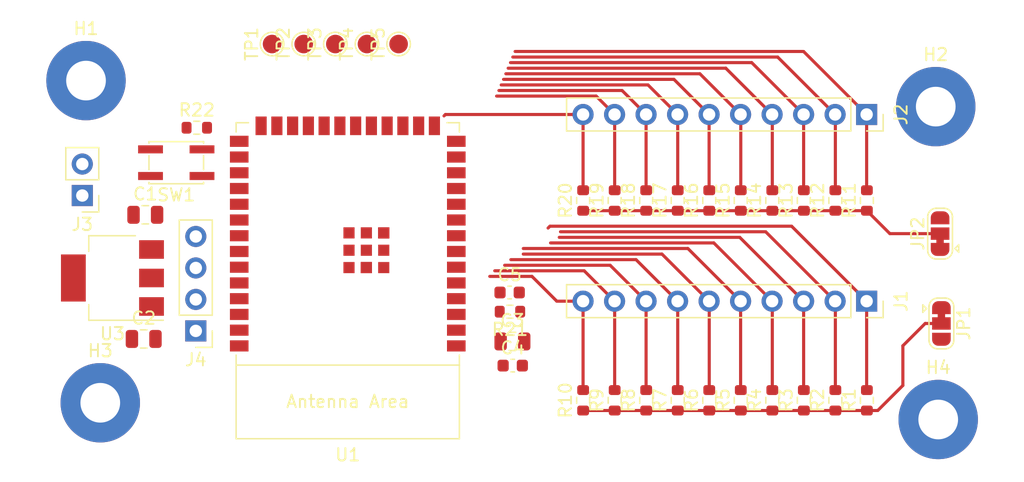
<source format=kicad_pcb>
(kicad_pcb (version 20221018) (generator pcbnew)
  (layers (0 "F.Cu" signal) (31 "B.Cu" signal) (34 "B.Paste" user) (35 "F.Paste" user) (36 "B.SilkS" user "B.Silkscreen") (37 "F.SilkS" user "F.Silkscreen") (38 "B.Mask" user) (39 "F.Mask" user) (44 "Edge.Cuts" user))
  (net 0 "")
  (net 1 "+5V")
  (net 2 "GND")
  (net 3 "+3V3")
  (net 4 "Net-(U1-EN)")
  (net 9 "/ROW_01")
  (net 10 "/ROW_02")
  (net 11 "/ROW_03")
  (net 12 "/ROW_04")
  (net 13 "/ROW_05")
  (net 14 "/ROW_06")
  (net 15 "/ROW_07")
  (net 16 "/ROW_08")
  (net 17 "/ROW_09")
  (net 18 "/ROW_10")
  (net 19 "/COL_01")
  (net 20 "/COL_02")
  (net 21 "/COL_03")
  (net 22 "/COL_04")
  (net 23 "/COL_05")
  (net 24 "/COL_06")
  (net 25 "/COL_07")
  (net 26 "/COL_08")
  (net 27 "/COL_09")
  (net 28 "/COL_10")
  (net 29 "/ROW_COM")
  (net 30 "/COL_COM")
  (net 31 "/ESP_IO0")
  (net 32 "Net-(U1-SPIIO6{slash}GPIO35{slash}FSPID{slash}SUBSPID)")
  (net 33 "Net-(U1-SPIIO7{slash}GPIO36{slash}FSPICLK{slash}SUBSPICLK)")
  (net 34 "Net-(U1-SPIDQS{slash}GPIO37{slash}FSPIQ{slash}SUBSPIQ)")
  (net 35 "Net-(U1-GPIO45)")
  (net 36 "Net-(U1-GPIO46)")
  (net 45 "/ESP_RX")
  (net 46 "/ESP_TX")
  (footprint "Resistor_SMD:R_0603_1608Metric" (layer "F.Cu") (at 121.225 126.6 90)
    (fp_text reference "R10" (at 0 -1.43 90) (layer "F.SilkS"))
    (fp_text value "R")
    (fp_line (start -0.237258 -0.5225) (end 0.237258 -0.5225) (stroke (width 0.12)) (layer "F.SilkS"))
    (fp_line (start -0.237258 0.5225) (end 0.237258 0.5225) (stroke (width 0.12)) (layer "F.SilkS"))
    (pad "1" smd roundrect (at -0.825 0 90) (size 0.8 0.95) (layers "F.Cu" "F.Paste" "F.Mask") (net 29 "/ROW_COM"))
    (pad "2" smd roundrect (at 0.825 0 90) (size 0.8 0.95) (layers "F.Cu" "F.Paste" "F.Mask") (net 18 "/ROW_10"))
  )
  (footprint "TestPoint:TestPoint_Pad_D1.5mm" (layer "F.Cu") (at 103.8 97.85 90)
    (fp_text reference "TP4" (at 0 -1.648 90) (layer "F.SilkS"))
    (fp_text value "TestPoint")
    (fp_circle (center 0 0) (end 0 0.95) (stroke (width 0.12)) (fill none) (layer "F.SilkS"))
    (pad "1" smd circle (at 0 0 90) (size 1.5 1.5) (layers "F.Cu" "F.Mask") (net 35 "Net-(U1-GPIO45)"))
  )
  (footprint "TestPoint:TestPoint_Pad_D1.5mm" (layer "F.Cu") (at 101.25 97.85 90)
    (fp_text reference "TP3" (at 0 -1.648 90) (layer "F.SilkS"))
    (fp_text value "TestPoint")
    (fp_circle (center 0 0) (end 0 0.95) (stroke (width 0.12)) (fill none) (layer "F.SilkS"))
    (pad "1" smd circle (at 0 0 90) (size 1.5 1.5) (layers "F.Cu" "F.Mask") (net 34 "Net-(U1-SPIDQS{slash}GPIO37{slash}FSPIQ{slash}SUBSPIQ)"))
  )
  (footprint "Resistor_SMD:R_0603_1608Metric" (layer "F.Cu") (at 121.225 110.475 90)
    (fp_text reference "R20" (at 0 -1.43 90) (layer "F.SilkS"))
    (fp_text value "R")
    (fp_line (start -0.237258 -0.5225) (end 0.237258 -0.5225) (stroke (width 0.12)) (layer "F.SilkS"))
    (fp_line (start -0.237258 0.5225) (end 0.237258 0.5225) (stroke (width 0.12)) (layer "F.SilkS"))
    (pad "1" smd roundrect (at -0.825 0 90) (size 0.8 0.95) (layers "F.Cu" "F.Paste" "F.Mask") (net 30 "/COL_COM"))
    (pad "2" smd roundrect (at 0.825 0 90) (size 0.8 0.95) (layers "F.Cu" "F.Paste" "F.Mask") (net 28 "/COL_10"))
  )
  (footprint "Jumper:SolderJumper-3_P1.3mm_Bridged12_RoundedPad1.0x1.5mm" (layer "F.Cu") (at 150 113.15 90)
    (fp_text reference "JP2" (at 0 -1.8 90) (layer "F.SilkS"))
    (fp_text value "SolderJumper_3_Bridged12")
    (fp_poly (pts (xy -0.9 -0.3) (xy -0.4 -0.3) (xy -0.4 0.3) (xy -0.9 0.3)) (fill solid) (layer "F.Cu"))
    (fp_line (start -2.05 0.3) (end -2.05 -0.3) (stroke (width 0.12)) (layer "F.SilkS"))
    (fp_line (start -1.5 1.5) (end -0.9 1.5) (stroke (width 0.12)) (layer "F.SilkS"))
    (fp_line (start -1.4 -1) (end 1.4 -1) (stroke (width 0.12)) (layer "F.SilkS"))
    (fp_line (start -1.2 1.2) (end -1.5 1.5) (stroke (width 0.12)) (layer "F.SilkS"))
    (fp_line (start -1.2 1.2) (end -0.9 1.5) (stroke (width 0.12)) (layer "F.SilkS"))
    (fp_line (start 1.4 1) (end -1.4 1) (stroke (width 0.12)) (layer "F.SilkS"))
    (fp_line (start 2.05 -0.3) (end 2.05 0.3) (stroke (width 0.12)) (layer "F.SilkS"))
    (fp_arc (start -2.05 -0.3) (mid -1.844975 -0.794975) (end -1.35 -1) (stroke (width 0.12)) (layer "F.SilkS"))
    (fp_arc (start -1.35 1) (mid -1.844975 0.794975) (end -2.05 0.3) (stroke (width 0.12)) (layer "F.SilkS"))
    (fp_arc (start 1.35 -1) (mid 1.844975 -0.794975) (end 2.05 -0.3) (stroke (width 0.12)) (layer "F.SilkS"))
    (fp_arc (start 2.05 0.3) (mid 1.844975 0.794975) (end 1.35 1) (stroke (width 0.12)) (layer "F.SilkS"))
    (pad "1" smd custom (at -1.3 0 90) (size 1 0.5) (layers "F.Cu" "F.Mask") (net 3 "+3V3") (options (clearance outline) (anchor rect)) (primitives (gr_circle (center 0 0.25) (end 0.5 0.25) (width 0) (fill yes)) (gr_circle (center 0 -0.25) (end 0.5 -0.25) (width 0) (fill yes)) (gr_poly (pts (xy 0.55 0.75) (xy 0 0.75) (xy 0 -0.75) (xy 0.55 -0.75)) (width 0) (fill yes))))
    (pad "2" smd rect (at 0 0 90) (size 1 1.5) (layers "F.Cu" "F.Mask") (net 30 "/COL_COM"))
    (pad "3" smd custom (at 1.3 0 90) (size 1 0.5) (layers "F.Cu" "F.Mask") (net 2 "GND") (options (clearance outline) (anchor rect)) (primitives (gr_circle (center 0 0.25) (end 0.5 0.25) (width 0) (fill yes)) (gr_circle (center 0 -0.25) (end 0.5 -0.25) (width 0) (fill yes)) (gr_poly (pts (xy 0 0.75) (xy -0.55 0.75) (xy -0.55 -0.75) (xy 0 -0.75)) (width 0) (fill yes))))
  )
  (footprint "MountingHole:MountingHole_3.2mm_M3_Pad_TopBottom" (layer "F.Cu") (at 81.15 100.8)
    (fp_text reference "H1" (at 0 -4.2) (layer "F.SilkS"))
    (fp_text value "MountingHole_Pad")
    (pad "1" thru_hole circle (at 0 0) (size 3.6 3.6) (drill 3.2) (layers "*.Cu" "*.Mask"))
    (pad "1" connect circle (at 0 0) (size 6.4 6.4) (layers "F.Cu" "F.Mask"))
    (pad "1" connect circle (at 0 0) (size 6.4 6.4) (layers "B.Cu" "B.Mask"))
  )
  (footprint "Resistor_SMD:R_0603_1608Metric" (layer "F.Cu") (at 133.93333 126.6 90)
    (fp_text reference "R5" (at 0 -1.43 90) (layer "F.SilkS"))
    (fp_text value "R")
    (fp_line (start -0.237258 -0.5225) (end 0.237258 -0.5225) (stroke (width 0.12)) (layer "F.SilkS"))
    (fp_line (start -0.237258 0.5225) (end 0.237258 0.5225) (stroke (width 0.12)) (layer "F.SilkS"))
    (pad "1" smd roundrect (at -0.825 0 90) (size 0.8 0.95) (layers "F.Cu" "F.Paste" "F.Mask") (net 29 "/ROW_COM"))
    (pad "2" smd roundrect (at 0.825 0 90) (size 0.8 0.95) (layers "F.Cu" "F.Paste" "F.Mask") (net 13 "/ROW_05"))
  )
  (footprint "TestPoint:TestPoint_Pad_D1.5mm" (layer "F.Cu") (at 106.35 97.85 90)
    (fp_text reference "TP5" (at 0 -1.648 90) (layer "F.SilkS"))
    (fp_text value "TestPoint")
    (fp_circle (center 0 0) (end 0 0.95) (stroke (width 0.12)) (fill none) (layer "F.SilkS"))
    (pad "1" smd circle (at 0 0 90) (size 1.5 1.5) (layers "F.Cu" "F.Mask") (net 36 "Net-(U1-GPIO46)"))
  )
  (footprint "Resistor_SMD:R_0603_1608Metric" (layer "F.Cu") (at 123.766666 110.475 90)
    (fp_text reference "R19" (at 0 -1.43 90) (layer "F.SilkS"))
    (fp_text value "R")
    (fp_line (start -0.237258 -0.5225) (end 0.237258 -0.5225) (stroke (width 0.12)) (layer "F.SilkS"))
    (fp_line (start -0.237258 0.5225) (end 0.237258 0.5225) (stroke (width 0.12)) (layer "F.SilkS"))
    (pad "1" smd roundrect (at -0.825 0 90) (size 0.8 0.95) (layers "F.Cu" "F.Paste" "F.Mask") (net 30 "/COL_COM"))
    (pad "2" smd roundrect (at 0.825 0 90) (size 0.8 0.95) (layers "F.Cu" "F.Paste" "F.Mask") (net 27 "/COL_09"))
  )
  (footprint "PCM_Espressif:ESP32-S3-WROOM-1" (layer "F.Cu") (at 102.25 113.95 180)
    (fp_text reference "U1" (at 0 -17.05) (layer "F.SilkS"))
    (fp_text value "ESP32-S3-WROOM-1")
    (fp_text user "Antenna Area" (at 0 -12.75) (layer "F.SilkS"))
    (fp_line (start -9 -15.75) (end -9 -9) (stroke (width 0.12)) (layer "F.SilkS"))
    (fp_line (start -9 -15.75) (end 9 -15.75) (stroke (width 0.12)) (layer "F.SilkS"))
    (fp_line (start -9 9) (end -9 9.75) (stroke (width 0.12)) (layer "F.SilkS"))
    (fp_line (start -9 9.75) (end -8 9.75) (stroke (width 0.12)) (layer "F.SilkS"))
    (fp_line (start 9 -15.75) (end 9 -9) (stroke (width 0.12)) (layer "F.SilkS"))
    (fp_line (start 9 -9.81) (end -9 -9.81) (stroke (width 0.12)) (layer "F.SilkS"))
    (fp_line (start 9 9) (end 9 9.75) (stroke (width 0.12)) (layer "F.SilkS"))
    (fp_line (start 9 9.75) (end 8 9.75) (stroke (width 0.12)) (layer "F.SilkS"))
    (pad "1" smd rect (at -8.75 -8.26 180) (size 1.5 0.9) (layers "F.Cu" "F.Paste" "F.Mask") (net 2 "GND"))
    (pad "2" smd rect (at -8.75 -6.99 180) (size 1.5 0.9) (layers "F.Cu" "F.Paste" "F.Mask") (net 3 "+3V3"))
    (pad "3" smd rect (at -8.75 -5.72 180) (size 1.5 0.9) (layers "F.Cu" "F.Paste" "F.Mask") (net 4 "Net-(U1-EN)"))
    (pad "4" smd rect (at -8.75 -4.45 180) (size 1.5 0.9) (layers "F.Cu" "F.Paste" "F.Mask") (net 12 "/ROW_04"))
    (pad "5" smd rect (at -8.75 -3.18 180) (size 1.5 0.9) (layers "F.Cu" "F.Paste" "F.Mask") (net 13 "/ROW_05"))
    (pad "6" smd rect (at -8.75 -1.91 180) (size 1.5 0.9) (layers "F.Cu" "F.Paste" "F.Mask") (net 14 "/ROW_06"))
    (pad "7" smd rect (at -8.75 -0.64 180) (size 1.5 0.9) (layers "F.Cu" "F.Paste" "F.Mask") (net 15 "/ROW_07"))
    (pad "8" smd rect (at -8.75 0.63 180) (size 1.5 0.9) (layers "F.Cu" "F.Paste" "F.Mask"))
    (pad "9" smd rect (at -8.75 1.9 180) (size 1.5 0.9) (layers "F.Cu" "F.Paste" "F.Mask"))
    (pad "10" smd rect (at -8.75 3.17 180) (size 1.5 0.9) (layers "F.Cu" "F.Paste" "F.Mask") (net 23 "/COL_05"))
    (pad "11" smd rect (at -8.75 4.44 180) (size 1.5 0.9) (layers "F.Cu" "F.Paste" "F.Mask") (net 24 "/COL_06"))
    (pad "12" smd rect (at -8.75 5.71 180) (size 1.5 0.9) (layers "F.Cu" "F.Paste" "F.Mask") (net 16 "/ROW_08"))
    (pad "13" smd rect (at -8.75 6.98 180) (size 1.5 0.9) (layers "F.Cu" "F.Paste" "F.Mask"))
    (pad "14" smd rect (at -8.75 8.25 180) (size 1.5 0.9) (layers "F.Cu" "F.Paste" "F.Mask"))
    (pad "15" smd rect (at -6.985 9.5 270) (size 1.5 0.9) (layers "F.Cu" "F.Paste" "F.Mask") (net 11 "/ROW_03"))
    (pad "16" smd rect (at -5.715 9.5 270) (size 1.5 0.9) (layers "F.Cu" "F.Paste" "F.Mask") (net 36 "Net-(U1-GPIO46)"))
    (pad "17" smd rect (at -4.445 9.5 270) (size 1.5 0.9) (layers "F.Cu" "F.Paste" "F.Mask") (net 17 "/ROW_09"))
    (pad "18" smd rect (at -3.175 9.5 270) (size 1.5 0.9) (layers "F.Cu" "F.Paste" "F.Mask") (net 18 "/ROW_10"))
    (pad "19" smd rect (at -1.905 9.5 270) (size 1.5 0.9) (layers "F.Cu" "F.Paste" "F.Mask") (net 19 "/COL_01"))
    (pad "20" smd rect (at -0.635 9.5 270) (size 1.5 0.9) (layers "F.Cu" "F.Paste" "F.Mask") (net 20 "/COL_02"))
    (pad "21" smd rect (at 0.635 9.5 270) (size 1.5 0.9) (layers "F.Cu" "F.Paste" "F.Mask") (net 21 "/COL_03"))
    (pad "22" smd rect (at 1.905 9.5 270) (size 1.5 0.9) (layers "F.Cu" "F.Paste" "F.Mask") (net 22 "/COL_04"))
    (pad "23" smd rect (at 3.175 9.5 270) (size 1.5 0.9) (layers "F.Cu" "F.Paste" "F.Mask") (net 25 "/COL_07"))
    (pad "24" smd rect (at 4.445 9.5 270) (size 1.5 0.9) (layers "F.Cu" "F.Paste" "F.Mask") (net 27 "/COL_09"))
    (pad "25" smd rect (at 5.715 9.5 270) (size 1.5 0.9) (layers "F.Cu" "F.Paste" "F.Mask") (net 28 "/COL_10"))
    (pad "26" smd rect (at 6.985 9.5 270) (size 1.5 0.9) (layers "F.Cu" "F.Paste" "F.Mask") (net 35 "Net-(U1-GPIO45)"))
    (pad "27" smd rect (at 8.75 8.25) (size 1.5 0.9) (layers "F.Cu" "F.Paste" "F.Mask") (net 31 "/ESP_IO0"))
    (pad "28" smd rect (at 8.75 6.98) (size 1.5 0.9) (layers "F.Cu" "F.Paste" "F.Mask") (net 32 "Net-(U1-SPIIO6{slash}GPIO35{slash}FSPID{slash}SUBSPID)"))
    (pad "29" smd rect (at 8.75 5.71) (size 1.5 0.9) (layers "F.Cu" "F.Paste" "F.Mask") (net 33 "Net-(U1-SPIIO7{slash}GPIO36{slash}FSPICLK{slash}SUBSPICLK)"))
    (pad "30" smd rect (at 8.75 4.44) (size 1.5 0.9) (layers "F.Cu" "F.Paste" "F.Mask") (net 34 "Net-(U1-SPIDQS{slash}GPIO37{slash}FSPIQ{slash}SUBSPIQ)"))
    (pad "31" smd rect (at 8.75 3.17) (size 1.5 0.9) (layers "F.Cu" "F.Paste" "F.Mask") (net 26 "/COL_08"))
    (pad "32" smd rect (at 8.75 1.9) (size 1.5 0.9) (layers "F.Cu" "F.Paste" "F.Mask"))
    (pad "33" smd rect (at 8.75 0.63) (size 1.5 0.9) (layers "F.Cu" "F.Paste" "F.Mask"))
    (pad "34" smd rect (at 8.75 -0.64) (size 1.5 0.9) (layers "F.Cu" "F.Paste" "F.Mask"))
    (pad "35" smd rect (at 8.75 -1.91) (size 1.5 0.9) (layers "F.Cu" "F.Paste" "F.Mask"))
    (pad "36" smd rect (at 8.75 -3.18) (size 1.5 0.9) (layers "F.Cu" "F.Paste" "F.Mask") (net 45 "/ESP_RX"))
    (pad "37" smd rect (at 8.75 -4.45) (size 1.5 0.9) (layers "F.Cu" "F.Paste" "F.Mask") (net 46 "/ESP_TX"))
    (pad "38" smd rect (at 8.75 -5.72) (size 1.5 0.9) (layers "F.Cu" "F.Paste" "F.Mask") (net 10 "/ROW_02"))
    (pad "39" smd rect (at 8.75 -6.99) (size 1.5 0.9) (layers "F.Cu" "F.Paste" "F.Mask") (net 9 "/ROW_01"))
    (pad "40" smd rect (at 8.75 -8.26) (size 1.5 0.9) (layers "F.Cu" "F.Paste" "F.Mask") (net 2 "GND"))
    (pad "41" smd rect (at -2.9 -1.94) (size 0.9 0.9) (layers "F.Cu" "F.Paste" "F.Mask") (net 2 "GND"))
    (pad "41" smd rect (at -2.9 -0.54) (size 0.9 0.9) (layers "F.Cu" "F.Paste" "F.Mask") (net 2 "GND"))
    (pad "41" smd rect (at -2.9 0.86) (size 0.9 0.9) (layers "F.Cu" "F.Paste" "F.Mask") (net 2 "GND"))
    (pad "41" smd rect (at -2.9 0.86) (size 0.9 0.9) (layers "F.Cu" "F.Paste" "F.Mask") (net 2 "GND"))
    (pad "41" smd rect (at -1.5 -1.94) (size 0.9 0.9) (layers "F.Cu" "F.Paste" "F.Mask") (net 2 "GND"))
    (pad "41" smd rect (at -1.5 -1.94) (size 0.9 0.9) (layers "F.Cu" "F.Paste" "F.Mask") (net 2 "GND"))
    (pad "41" smd rect (at -1.5 -0.54) (size 0.9 0.9) (layers "F.Cu" "F.Paste" "F.Mask") (net 2 "GND"))
    (pad "41" smd rect (at -1.5 0.86) (size 0.9 0.9) (layers "F.Cu" "F.Paste" "F.Mask") (net 2 "GND"))
    (pad "41" smd rect (at -0.1 -1.94) (size 0.9 0.9) (layers "F.Cu" "F.Paste" "F.Mask") (net 2 "GND"))
    (pad "41" smd rect (at -0.1 -0.54) (size 0.9 0.9) (layers "F.Cu" "F.Paste" "F.Mask") (net 2 "GND"))
    (pad "41" smd rect (at -0.1 0.86) (size 0.9 0.9) (layers "F.Cu" "F.Paste" "F.Mask") (net 2 "GND"))
  )
  (footprint "TestPoint:TestPoint_Pad_D1.5mm" (layer "F.Cu") (at 96.15 97.85 90)
    (fp_text reference "TP1" (at 0 -1.648 90) (layer "F.SilkS"))
    (fp_text value "TestPoint")
    (fp_circle (center 0 0) (end 0 0.95) (stroke (width 0.12)) (fill none) (layer "F.SilkS"))
    (pad "1" smd circle (at 0 0 90) (size 1.5 1.5) (layers "F.Cu" "F.Mask") (net 32 "Net-(U1-SPIIO6{slash}GPIO35{slash}FSPID{slash}SUBSPID)"))
  )
  (footprint "Capacitor_SMD:C_0603_1608Metric" (layer "F.Cu") (at 115.3 117.9)
    (fp_text reference "C5" (at 0 -1.43) (layer "F.SilkS"))
    (fp_text value "1u")
    (fp_line (start -0.14058 -0.51) (end 0.14058 -0.51) (stroke (width 0.12)) (layer "F.SilkS"))
    (fp_line (start -0.14058 0.51) (end 0.14058 0.51) (stroke (width 0.12)) (layer "F.SilkS"))
    (pad "1" smd roundrect (at -0.775 0) (size 0.9 0.95) (layers "F.Cu" "F.Paste" "F.Mask") (net 4 "Net-(U1-EN)"))
    (pad "2" smd roundrect (at 0.775 0) (size 0.9 0.95) (layers "F.Cu" "F.Paste" "F.Mask") (net 2 "GND"))
  )
  (footprint "Resistor_SMD:R_0603_1608Metric" (layer "F.Cu") (at 136.474996 126.6 90)
    (fp_text reference "R4" (at 0 -1.43 90) (layer "F.SilkS"))
    (fp_text value "R")
    (fp_line (start -0.237258 -0.5225) (end 0.237258 -0.5225) (stroke (width 0.12)) (layer "F.SilkS"))
    (fp_line (start -0.237258 0.5225) (end 0.237258 0.5225) (stroke (width 0.12)) (layer "F.SilkS"))
    (pad "1" smd roundrect (at -0.825 0 90) (size 0.8 0.95) (layers "F.Cu" "F.Paste" "F.Mask") (net 29 "/ROW_COM"))
    (pad "2" smd roundrect (at 0.825 0 90) (size 0.8 0.95) (layers "F.Cu" "F.Paste" "F.Mask") (net 12 "/ROW_04"))
  )
  (footprint "Resistor_SMD:R_0603_1608Metric" (layer "F.Cu") (at 133.93333 110.475 90)
    (fp_text reference "R15" (at 0 -1.43 90) (layer "F.SilkS"))
    (fp_text value "R")
    (fp_line (start -0.237258 -0.5225) (end 0.237258 -0.5225) (stroke (width 0.12)) (layer "F.SilkS"))
    (fp_line (start -0.237258 0.5225) (end 0.237258 0.5225) (stroke (width 0.12)) (layer "F.SilkS"))
    (pad "1" smd roundrect (at -0.825 0 90) (size 0.8 0.95) (layers "F.Cu" "F.Paste" "F.Mask") (net 30 "/COL_COM"))
    (pad "2" smd roundrect (at 0.825 0 90) (size 0.8 0.95) (layers "F.Cu" "F.Paste" "F.Mask") (net 23 "/COL_05"))
  )
  (footprint "Resistor_SMD:R_0603_1608Metric" (layer "F.Cu") (at 128.849998 126.6 90)
    (fp_text reference "R7" (at 0 -1.43 90) (layer "F.SilkS"))
    (fp_text value "R")
    (fp_line (start -0.237258 -0.5225) (end 0.237258 -0.5225) (stroke (width 0.12)) (layer "F.SilkS"))
    (fp_line (start -0.237258 0.5225) (end 0.237258 0.5225) (stroke (width 0.12)) (layer "F.SilkS"))
    (pad "1" smd roundrect (at -0.825 0 90) (size 0.8 0.95) (layers "F.Cu" "F.Paste" "F.Mask") (net 29 "/ROW_COM"))
    (pad "2" smd roundrect (at 0.825 0 90) (size 0.8 0.95) (layers "F.Cu" "F.Paste" "F.Mask") (net 15 "/ROW_07"))
  )
  (footprint "Resistor_SMD:R_0603_1608Metric" (layer "F.Cu") (at 139.016662 126.6 90)
    (fp_text reference "R3" (at 0 -1.43 90) (layer "F.SilkS"))
    (fp_text value "R")
    (fp_line (start -0.237258 -0.5225) (end 0.237258 -0.5225) (stroke (width 0.12)) (layer "F.SilkS"))
    (fp_line (start -0.237258 0.5225) (end 0.237258 0.5225) (stroke (width 0.12)) (layer "F.SilkS"))
    (pad "1" smd roundrect (at -0.825 0 90) (size 0.8 0.95) (layers "F.Cu" "F.Paste" "F.Mask") (net 29 "/ROW_COM"))
    (pad "2" smd roundrect (at 0.825 0 90) (size 0.8 0.95) (layers "F.Cu" "F.Paste" "F.Mask") (net 11 "/ROW_03"))
  )
  (footprint "Package_TO_SOT_SMD:SOT-223-3_TabPin2" (layer "F.Cu") (at 83.28 116.73 180)
    (fp_text reference "U3" (at 0 -4.5) (layer "F.SilkS"))
    (fp_text value "NCP1117-3.3_SOT223")
    (fp_line (start -4.1 -3.41) (end 1.91 -3.41) (stroke (width 0.12)) (layer "F.SilkS"))
    (fp_line (start -1.85 3.41) (end 1.91 3.41) (stroke (width 0.12)) (layer "F.SilkS"))
    (fp_line (start 1.91 -3.41) (end 1.91 -2.15) (stroke (width 0.12)) (layer "F.SilkS"))
    (fp_line (start 1.91 3.41) (end 1.91 2.15) (stroke (width 0.12)) (layer "F.SilkS"))
    (pad "1" smd rect (at -3.15 -2.3 180) (size 2 1.5) (layers "F.Cu" "F.Paste" "F.Mask") (net 2 "GND"))
    (pad "2" smd rect (at -3.15 0 180) (size 2 1.5) (layers "F.Cu" "F.Paste" "F.Mask") (net 3 "+3V3"))
    (pad "2" smd rect (at 3.15 0 180) (size 2 3.8) (layers "F.Cu" "F.Paste" "F.Mask") (net 3 "+3V3"))
    (pad "3" smd rect (at -3.15 2.3 180) (size 2 1.5) (layers "F.Cu" "F.Paste" "F.Mask") (net 1 "+5V"))
  )
  (footprint "Resistor_SMD:R_0603_1608Metric" (layer "F.Cu") (at 144.1 126.6 90)
    (fp_text reference "R1" (at 0 -1.43 90) (layer "F.SilkS"))
    (fp_text value "R")
    (fp_line (start -0.237258 -0.5225) (end 0.237258 -0.5225) (stroke (width 0.12)) (layer "F.SilkS"))
    (fp_line (start -0.237258 0.5225) (end 0.237258 0.5225) (stroke (width 0.12)) (layer "F.SilkS"))
    (pad "1" smd roundrect (at -0.825 0 90) (size 0.8 0.95) (layers "F.Cu" "F.Paste" "F.Mask") (net 29 "/ROW_COM"))
    (pad "2" smd roundrect (at 0.825 0 90) (size 0.8 0.95) (layers "F.Cu" "F.Paste" "F.Mask") (net 9 "/ROW_01"))
  )
  (footprint "Resistor_SMD:R_0603_1608Metric" (layer "F.Cu") (at 123.766666 126.6 90)
    (fp_text reference "R9" (at 0 -1.43 90) (layer "F.SilkS"))
    (fp_text value "R")
    (fp_line (start -0.237258 -0.5225) (end 0.237258 -0.5225) (stroke (width 0.12)) (layer "F.SilkS"))
    (fp_line (start -0.237258 0.5225) (end 0.237258 0.5225) (stroke (width 0.12)) (layer "F.SilkS"))
    (pad "1" smd roundrect (at -0.825 0 90) (size 0.8 0.95) (layers "F.Cu" "F.Paste" "F.Mask") (net 29 "/ROW_COM"))
    (pad "2" smd roundrect (at 0.825 0 90) (size 0.8 0.95) (layers "F.Cu" "F.Paste" "F.Mask") (net 17 "/ROW_09"))
  )
  (footprint "Connector_PinHeader_2.54mm:PinHeader_1x04_P2.54mm_Vertical" (layer "F.Cu") (at 90 121 180)
    (fp_text reference "J4" (at 0 -2.33) (layer "F.SilkS"))
    (fp_text value "Conn_01x04_Pin")
    (fp_line (start -1.33 -1.33) (end 0 -1.33) (stroke (width 0.12)) (layer "F.SilkS"))
    (fp_line (start -1.33 0) (end -1.33 -1.33) (stroke (width 0.12)) (layer "F.SilkS"))
    (fp_line (start -1.33 1.27) (end -1.33 8.95) (stroke (width 0.12)) (layer "F.SilkS"))
    (fp_line (start -1.33 1.27) (end 1.33 1.27) (stroke (width 0.12)) (layer "F.SilkS"))
    (fp_line (start -1.33 8.95) (end 1.33 8.95) (stroke (width 0.12)) (layer "F.SilkS"))
    (fp_line (start 1.33 1.27) (end 1.33 8.95) (stroke (width 0.12)) (layer "F.SilkS"))
    (pad "1" thru_hole rect (at 0 0 180) (size 1.7 1.7) (drill 1) (layers "*.Cu" "*.Mask") (net 3 "+3V3"))
    (pad "2" thru_hole oval (at 0 2.54 180) (size 1.7 1.7) (drill 1) (layers "*.Cu" "*.Mask") (net 46 "/ESP_TX"))
    (pad "3" thru_hole oval (at 0 5.08 180) (size 1.7 1.7) (drill 1) (layers "*.Cu" "*.Mask") (net 45 "/ESP_RX"))
    (pad "4" thru_hole oval (at 0 7.62 180) (size 1.7 1.7) (drill 1) (layers "*.Cu" "*.Mask") (net 2 "GND"))
  )
  (footprint "guille-lib:SW_SPST_PTS810" (layer "F.Cu") (at 88.425 107.425 180)
    (fp_text reference "SW1" (at 0 -2.6) (layer "F.SilkS"))
    (fp_text value "SW_Push")
    (fp_line (start -2.2 -1.7) (end -2.2 -1.58) (stroke (width 0.12)) (layer "F.SilkS"))
    (fp_line (start -2.2 -0.57) (end -2.2 0.57) (stroke (width 0.12)) (layer "F.SilkS"))
    (fp_line (start -2.2 1.58) (end -2.2 1.7) (stroke (width 0.12)) (layer "F.SilkS"))
    (fp_line (start -2.2 1.7) (end 2.2 1.7) (stroke (width 0.12)) (layer "F.SilkS"))
    (fp_line (start 2.2 -1.7) (end -2.2 -1.7) (stroke (width 0.12)) (layer "F.SilkS"))
    (fp_line (start 2.2 -1.58) (end 2.2 -1.7) (stroke (width 0.12)) (layer "F.SilkS"))
    (fp_line (start 2.2 0.57) (end 2.2 -0.57) (stroke (width 0.12)) (layer "F.SilkS"))
    (fp_line (start 2.2 1.7) (end 2.2 1.58) (stroke (width 0.12)) (layer "F.SilkS"))
    (pad "1" smd rect (at -2.075 -1.075 180) (size 2 0.65) (layers "F.Cu" "F.Paste" "F.Mask") (net 2 "GND"))
    (pad "1" smd rect (at 2.075 -1.075 180) (size 2 0.65) (layers "F.Cu" "F.Paste" "F.Mask") (net 2 "GND"))
    (pad "2" smd rect (at -2.075 1.075 180) (size 2 0.65) (layers "F.Cu" "F.Paste" "F.Mask") (net 31 "/ESP_IO0"))
    (pad "2" smd rect (at 2.075 1.075 180) (size 2 0.65) (layers "F.Cu" "F.Paste" "F.Mask") (net 31 "/ESP_IO0"))
  )
  (footprint "Resistor_SMD:R_0603_1608Metric" (layer "F.Cu") (at 139.016662 110.475 90)
    (fp_text reference "R13" (at 0 -1.43 90) (layer "F.SilkS"))
    (fp_text value "R")
    (fp_line (start -0.237258 -0.5225) (end 0.237258 -0.5225) (stroke (width 0.12)) (layer "F.SilkS"))
    (fp_line (start -0.237258 0.5225) (end 0.237258 0.5225) (stroke (width 0.12)) (layer "F.SilkS"))
    (pad "1" smd roundrect (at -0.825 0 90) (size 0.8 0.95) (layers "F.Cu" "F.Paste" "F.Mask") (net 30 "/COL_COM"))
    (pad "2" smd roundrect (at 0.825 0 90) (size 0.8 0.95) (layers "F.Cu" "F.Paste" "F.Mask") (net 21 "/COL_03"))
  )
  (footprint "Resistor_SMD:R_0603_1608Metric" (layer "F.Cu") (at 90.08 104.605)
    (fp_text reference "R22" (at 0 -1.43) (layer "F.SilkS"))
    (fp_text value "10k")
    (fp_line (start -0.237258 -0.5225) (end 0.237258 -0.5225) (stroke (width 0.12)) (layer "F.SilkS"))
    (fp_line (start -0.237258 0.5225) (end 0.237258 0.5225) (stroke (width 0.12)) (layer "F.SilkS"))
    (pad "1" smd roundrect (at -0.825 0) (size 0.8 0.95) (layers "F.Cu" "F.Paste" "F.Mask") (net 3 "+3V3"))
    (pad "2" smd roundrect (at 0.825 0) (size 0.8 0.95) (layers "F.Cu" "F.Paste" "F.Mask") (net 31 "/ESP_IO0"))
  )
  (footprint "Connector_PinHeader_2.54mm:PinHeader_1x02_P2.54mm_Vertical" (layer "F.Cu") (at 80.85 110.075 180)
    (fp_text reference "J3" (at 0 -2.33) (layer "F.SilkS"))
    (fp_text value "Conn_01x02_Pin")
    (fp_line (start -1.33 -1.33) (end 0 -1.33) (stroke (width 0.12)) (layer "F.SilkS"))
    (fp_line (start -1.33 0) (end -1.33 -1.33) (stroke (width 0.12)) (layer "F.SilkS"))
    (fp_line (start -1.33 1.27) (end -1.33 3.87) (stroke (width 0.12)) (layer "F.SilkS"))
    (fp_line (start -1.33 1.27) (end 1.33 1.27) (stroke (width 0.12)) (layer "F.SilkS"))
    (fp_line (start -1.33 3.87) (end 1.33 3.87) (stroke (width 0.12)) (layer "F.SilkS"))
    (fp_line (start 1.33 1.27) (end 1.33 3.87) (stroke (width 0.12)) (layer "F.SilkS"))
    (pad "1" thru_hole rect (at 0 0 180) (size 1.7 1.7) (drill 1) (layers "*.Cu" "*.Mask") (net 1 "+5V"))
    (pad "2" thru_hole oval (at 0 2.54 180) (size 1.7 1.7) (drill 1) (layers "*.Cu" "*.Mask") (net 2 "GND"))
  )
  (footprint "MountingHole:MountingHole_3.2mm_M3_Pad_TopBottom" (layer "F.Cu") (at 149.65 102.9)
    (fp_text reference "H2" (at 0 -4.2) (layer "F.SilkS"))
    (fp_text value "MountingHole_Pad")
    (pad "1" thru_hole circle (at 0 0) (size 3.6 3.6) (drill 3.2) (layers "*.Cu" "*.Mask"))
    (pad "1" connect circle (at 0 0) (size 6.4 6.4) (layers "F.Cu" "F.Mask"))
    (pad "1" connect circle (at 0 0) (size 6.4 6.4) (layers "B.Cu" "B.Mask"))
  )
  (footprint "Capacitor_SMD:C_0805_2012Metric" (layer "F.Cu") (at 85.93 111.63)
    (fp_text reference "C1" (at 0 -1.68) (layer "F.SilkS"))
    (fp_text value "10u")
    (fp_line (start -0.261252 -0.735) (end 0.261252 -0.735) (stroke (width 0.12)) (layer "F.SilkS"))
    (fp_line (start -0.261252 0.735) (end 0.261252 0.735) (stroke (width 0.12)) (layer "F.SilkS"))
    (pad "1" smd roundrect (at -0.95 0) (size 1 1.45) (layers "F.Cu" "F.Paste" "F.Mask") (net 1 "+5V"))
    (pad "2" smd roundrect (at 0.95 0) (size 1 1.45) (layers "F.Cu" "F.Paste" "F.Mask") (net 2 "GND"))
  )
  (footprint "TestPoint:TestPoint_Pad_D1.5mm" (layer "F.Cu") (at 98.7 97.85 90)
    (fp_text reference "TP2" (at 0 -1.648 90) (layer "F.SilkS"))
    (fp_text value "TestPoint")
    (fp_circle (center 0 0) (end 0 0.95) (stroke (width 0.12)) (fill none) (layer "F.SilkS"))
    (pad "1" smd circle (at 0 0 90) (size 1.5 1.5) (layers "F.Cu" "F.Mask") (net 33 "Net-(U1-SPIIO7{slash}GPIO36{slash}FSPICLK{slash}SUBSPICLK)"))
  )
  (footprint "Resistor_SMD:R_0603_1608Metric" (layer "F.Cu") (at 144.1 110.475 90)
    (fp_text reference "R11" (at 0 -1.43 90) (layer "F.SilkS"))
    (fp_text value "R")
    (fp_line (start -0.237258 -0.5225) (end 0.237258 -0.5225) (stroke (width 0.12)) (layer "F.SilkS"))
    (fp_line (start -0.237258 0.5225) (end 0.237258 0.5225) (stroke (width 0.12)) (layer "F.SilkS"))
    (pad "1" smd roundrect (at -0.825 0 90) (size 0.8 0.95) (layers "F.Cu" "F.Paste" "F.Mask") (net 30 "/COL_COM"))
    (pad "2" smd roundrect (at 0.825 0 90) (size 0.8 0.95) (layers "F.Cu" "F.Paste" "F.Mask") (net 19 "/COL_01"))
  )
  (footprint "MountingHole:MountingHole_3.2mm_M3_Pad_TopBottom" (layer "F.Cu") (at 149.85 128.15)
    (fp_text reference "H4" (at 0 -4.2) (layer "F.SilkS"))
    (fp_text value "MountingHole_Pad")
    (pad "1" thru_hole circle (at 0 0) (size 3.6 3.6) (drill 3.2) (layers "*.Cu" "*.Mask"))
    (pad "1" connect circle (at 0 0) (size 6.4 6.4) (layers "F.Cu" "F.Mask"))
    (pad "1" connect circle (at 0 0) (size 6.4 6.4) (layers "B.Cu" "B.Mask"))
  )
  (footprint "Resistor_SMD:R_0603_1608Metric" (layer "F.Cu") (at 126.308332 110.475 90)
    (fp_text reference "R18" (at 0 -1.43 90) (layer "F.SilkS"))
    (fp_text value "R")
    (fp_line (start -0.237258 -0.5225) (end 0.237258 -0.5225) (stroke (width 0.12)) (layer "F.SilkS"))
    (fp_line (start -0.237258 0.5225) (end 0.237258 0.5225) (stroke (width 0.12)) (layer "F.SilkS"))
    (pad "1" smd roundrect (at -0.825 0 90) (size 0.8 0.95) (layers "F.Cu" "F.Paste" "F.Mask") (net 30 "/COL_COM"))
    (pad "2" smd roundrect (at 0.825 0 90) (size 0.8 0.95) (layers "F.Cu" "F.Paste" "F.Mask") (net 26 "/COL_08"))
  )
  (footprint "Capacitor_SMD:C_0603_1608Metric" (layer "F.Cu") (at 115.55 123.8)
    (fp_text reference "C4" (at 0 -1.43) (layer "F.SilkS"))
    (fp_text value "100n")
    (fp_line (start -0.14058 -0.51) (end 0.14058 -0.51) (stroke (width 0.12)) (layer "F.SilkS"))
    (fp_line (start -0.14058 0.51) (end 0.14058 0.51) (stroke (width 0.12)) (layer "F.SilkS"))
    (pad "1" smd roundrect (at -0.775 0) (size 0.9 0.95) (layers "F.Cu" "F.Paste" "F.Mask") (net 3 "+3V3"))
    (pad "2" smd roundrect (at 0.775 0) (size 0.9 0.95) (layers "F.Cu" "F.Paste" "F.Mask") (net 2 "GND"))
  )
  (footprint "Resistor_SMD:R_0603_1608Metric" (layer "F.Cu") (at 128.849998 110.475 90)
    (fp_text reference "R17" (at 0 -1.43 90) (layer "F.SilkS"))
    (fp_text value "R")
    (fp_line (start -0.237258 -0.5225) (end 0.237258 -0.5225) (stroke (width 0.12)) (layer "F.SilkS"))
    (fp_line (start -0.237258 0.5225) (end 0.237258 0.5225) (stroke (width 0.12)) (layer "F.SilkS"))
    (pad "1" smd roundrect (at -0.825 0 90) (size 0.8 0.95) (layers "F.Cu" "F.Paste" "F.Mask") (net 30 "/COL_COM"))
    (pad "2" smd roundrect (at 0.825 0 90) (size 0.8 0.95) (layers "F.Cu" "F.Paste" "F.Mask") (net 25 "/COL_07"))
  )
  (footprint "Resistor_SMD:R_0603_1608Metric" (layer "F.Cu") (at 131.391664 126.6 90)
    (fp_text reference "R6" (at 0 -1.43 90) (layer "F.SilkS"))
    (fp_text value "R")
    (fp_line (start -0.237258 -0.5225) (end 0.237258 -0.5225) (stroke (width 0.12)) (layer "F.SilkS"))
    (fp_line (start -0.237258 0.5225) (end 0.237258 0.5225) (stroke (width 0.12)) (layer "F.SilkS"))
    (pad "1" smd roundrect (at -0.825 0 90) (size 0.8 0.95) (layers "F.Cu" "F.Paste" "F.Mask") (net 29 "/ROW_COM"))
    (pad "2" smd roundrect (at 0.825 0 90) (size 0.8 0.95) (layers "F.Cu" "F.Paste" "F.Mask") (net 14 "/ROW_06"))
  )
  (footprint "MountingHole:MountingHole_3.2mm_M3_Pad_TopBottom" (layer "F.Cu") (at 82.3 126.8)
    (fp_text reference "H3" (at 0 -4.2) (layer "F.SilkS"))
    (fp_text value "MountingHole_Pad")
    (pad "1" thru_hole circle (at 0 0) (size 3.6 3.6) (drill 3.2) (layers "*.Cu" "*.Mask"))
    (pad "1" connect circle (at 0 0) (size 6.4 6.4) (layers "F.Cu" "F.Mask"))
    (pad "1" connect circle (at 0 0) (size 6.4 6.4) (layers "B.Cu" "B.Mask"))
  )
  (footprint "Capacitor_SMD:C_0805_2012Metric" (layer "F.Cu") (at 115.525 121.85)
    (fp_text reference "C3" (at 0 -1.68) (layer "F.SilkS"))
    (fp_text value "22u")
    (fp_line (start -0.261252 -0.735) (end 0.261252 -0.735) (stroke (width 0.12)) (layer "F.SilkS"))
    (fp_line (start -0.261252 0.735) (end 0.261252 0.735) (stroke (width 0.12)) (layer "F.SilkS"))
    (pad "1" smd roundrect (at -0.95 0) (size 1 1.45) (layers "F.Cu" "F.Paste" "F.Mask") (net 3 "+3V3"))
    (pad "2" smd roundrect (at 0.95 0) (size 1 1.45) (layers "F.Cu" "F.Paste" "F.Mask") (net 2 "GND"))
  )
  (footprint "Resistor_SMD:R_0603_1608Metric" (layer "F.Cu") (at 126.308332 126.6 90)
    (fp_text reference "R8" (at 0 -1.43 90) (layer "F.SilkS"))
    (fp_text value "R")
    (fp_line (start -0.237258 -0.5225) (end 0.237258 -0.5225) (stroke (width 0.12)) (layer "F.SilkS"))
    (fp_line (start -0.237258 0.5225) (end 0.237258 0.5225) (stroke (width 0.12)) (layer "F.SilkS"))
    (pad "1" smd roundrect (at -0.825 0 90) (size 0.8 0.95) (layers "F.Cu" "F.Paste" "F.Mask") (net 29 "/ROW_COM"))
    (pad "2" smd roundrect (at 0.825 0 90) (size 0.8 0.95) (layers "F.Cu" "F.Paste" "F.Mask") (net 16 "/ROW_08"))
  )
  (footprint "Capacitor_SMD:C_0805_2012Metric" (layer "F.Cu") (at 85.8 121.65)
    (fp_text reference "C2" (at 0 -1.68) (layer "F.SilkS"))
    (fp_text value "10u")
    (fp_line (start -0.261252 -0.735) (end 0.261252 -0.735) (stroke (width 0.12)) (layer "F.SilkS"))
    (fp_line (start -0.261252 0.735) (end 0.261252 0.735) (stroke (width 0.12)) (layer "F.SilkS"))
    (pad "1" smd roundrect (at -0.95 0) (size 1 1.45) (layers "F.Cu" "F.Paste" "F.Mask") (net 3 "+3V3"))
    (pad "2" smd roundrect (at 0.95 0) (size 1 1.45) (layers "F.Cu" "F.Paste" "F.Mask") (net 2 "GND"))
  )
  (footprint "Connector_PinSocket_2.54mm:PinSocket_1x10_P2.54mm_Vertical" (layer "F.Cu") (at 144.08 118.6 -90)
    (fp_text reference "J1" (at 0 -2.77 90) (layer "F.SilkS"))
    (fp_text value "Conn_01x10_Socket")
    (fp_line (start -1.33 1.27) (end -1.33 24.19) (stroke (width 0.12)) (layer "F.SilkS"))
    (fp_line (start -1.33 1.27) (end 1.33 1.27) (stroke (width 0.12)) (layer "F.SilkS"))
    (fp_line (start -1.33 24.19) (end 1.33 24.19) (stroke (width 0.12)) (layer "F.SilkS"))
    (fp_line (start 0 -1.33) (end 1.33 -1.33) (stroke (width 0.12)) (layer "F.SilkS"))
    (fp_line (start 1.33 -1.33) (end 1.33 0) (stroke (width 0.12)) (layer "F.SilkS"))
    (fp_line (start 1.33 1.27) (end 1.33 24.19) (stroke (width 0.12)) (layer "F.SilkS"))
    (pad "1" thru_hole rect (at 0 0 270) (size 1.7 1.7) (drill 1) (layers "*.Cu" "*.Mask") (net 9 "/ROW_01"))
    (pad "2" thru_hole oval (at 0 2.54 270) (size 1.7 1.7) (drill 1) (layers "*.Cu" "*.Mask") (net 10 "/ROW_02"))
    (pad "3" thru_hole oval (at 0 5.08 270) (size 1.7 1.7) (drill 1) (layers "*.Cu" "*.Mask") (net 11 "/ROW_03"))
    (pad "4" thru_hole oval (at 0 7.62 270) (size 1.7 1.7) (drill 1) (layers "*.Cu" "*.Mask") (net 12 "/ROW_04"))
    (pad "5" thru_hole oval (at 0 10.16 270) (size 1.7 1.7) (drill 1) (layers "*.Cu" "*.Mask") (net 13 "/ROW_05"))
    (pad "6" thru_hole oval (at 0 12.7 270) (size 1.7 1.7) (drill 1) (layers "*.Cu" "*.Mask") (net 14 "/ROW_06"))
    (pad "7" thru_hole oval (at 0 15.24 270) (size 1.7 1.7) (drill 1) (layers "*.Cu" "*.Mask") (net 15 "/ROW_07"))
    (pad "8" thru_hole oval (at 0 17.78 270) (size 1.7 1.7) (drill 1) (layers "*.Cu" "*.Mask") (net 16 "/ROW_08"))
    (pad "9" thru_hole oval (at 0 20.32 270) (size 1.7 1.7) (drill 1) (layers "*.Cu" "*.Mask") (net 17 "/ROW_09"))
    (pad "10" thru_hole oval (at 0 22.86 270) (size 1.7 1.7) (drill 1) (layers "*.Cu" "*.Mask") (net 18 "/ROW_10"))
  )
  (footprint "Jumper:SolderJumper-3_P1.3mm_Bridged12_RoundedPad1.0x1.5mm" (layer "F.Cu") (at 150.1075 120.4 -90)
    (fp_text reference "JP1" (at 0 -1.8 90) (layer "F.SilkS"))
    (fp_text value "SolderJumper_3_Bridged12")
    (fp_poly (pts (xy -0.9 -0.3) (xy -0.4 -0.3) (xy -0.4 0.3) (xy -0.9 0.3)) (fill solid) (layer "F.Cu"))
    (fp_line (start -2.05 0.3) (end -2.05 -0.3) (stroke (width 0.12)) (layer "F.SilkS"))
    (fp_line (start -1.5 1.5) (end -0.9 1.5) (stroke (width 0.12)) (layer "F.SilkS"))
    (fp_line (start -1.4 -1) (end 1.4 -1) (stroke (width 0.12)) (layer "F.SilkS"))
    (fp_line (start -1.2 1.2) (end -1.5 1.5) (stroke (width 0.12)) (layer "F.SilkS"))
    (fp_line (start -1.2 1.2) (end -0.9 1.5) (stroke (width 0.12)) (layer "F.SilkS"))
    (fp_line (start 1.4 1) (end -1.4 1) (stroke (width 0.12)) (layer "F.SilkS"))
    (fp_line (start 2.05 -0.3) (end 2.05 0.3) (stroke (width 0.12)) (layer "F.SilkS"))
    (fp_arc (start -2.05 -0.3) (mid -1.844975 -0.794975) (end -1.35 -1) (stroke (width 0.12)) (layer "F.SilkS"))
    (fp_arc (start -1.35 1) (mid -1.844975 0.794975) (end -2.05 0.3) (stroke (width 0.12)) (layer "F.SilkS"))
    (fp_arc (start 1.35 -1) (mid 1.844975 -0.794975) (end 2.05 -0.3) (stroke (width 0.12)) (layer "F.SilkS"))
    (fp_arc (start 2.05 0.3) (mid 1.844975 0.794975) (end 1.35 1) (stroke (width 0.12)) (layer "F.SilkS"))
    (pad "1" smd custom (at -1.3 0 270) (size 1 0.5) (layers "F.Cu" "F.Mask") (net 3 "+3V3") (options (clearance outline) (anchor rect)) (primitives (gr_circle (center 0 0.25) (end 0.5 0.25) (width 0) (fill yes)) (gr_circle (center 0 -0.25) (end 0.5 -0.25) (width 0) (fill yes)) (gr_poly (pts (xy 0.55 0.75) (xy 0 0.75) (xy 0 -0.75) (xy 0.55 -0.75)) (width 0) (fill yes))))
    (pad "2" smd rect (at 0 0 270) (size 1 1.5) (layers "F.Cu" "F.Mask") (net 29 "/ROW_COM"))
    (pad "3" smd custom (at 1.3 0 270) (size 1 0.5) (layers "F.Cu" "F.Mask") (net 2 "GND") (options (clearance outline) (anchor rect)) (primitives (gr_circle (center 0 0.25) (end 0.5 0.25) (width 0) (fill yes)) (gr_circle (center 0 -0.25) (end 0.5 -0.25) (width 0) (fill yes)) (gr_poly (pts (xy 0 0.75) (xy -0.55 0.75) (xy -0.55 -0.75) (xy 0 -0.75)) (width 0) (fill yes))))
  )
  (footprint "Connector_PinSocket_2.54mm:PinSocket_1x10_P2.54mm_Vertical" (layer "F.Cu") (at 144.08 103.535 -90)
    (fp_text reference "J2" (at 0 -2.77 90) (layer "F.SilkS"))
    (fp_text value "Conn_01x10_Socket")
    (fp_line (start -1.33 1.27) (end -1.33 24.19) (stroke (width 0.12)) (layer "F.SilkS"))
    (fp_line (start -1.33 1.27) (end 1.33 1.27) (stroke (width 0.12)) (layer "F.SilkS"))
    (fp_line (start -1.33 24.19) (end 1.33 24.19) (stroke (width 0.12)) (layer "F.SilkS"))
    (fp_line (start 0 -1.33) (end 1.33 -1.33) (stroke (width 0.12)) (layer "F.SilkS"))
    (fp_line (start 1.33 -1.33) (end 1.33 0) (stroke (width 0.12)) (layer "F.SilkS"))
    (fp_line (start 1.33 1.27) (end 1.33 24.19) (stroke (width 0.12)) (layer "F.SilkS"))
    (pad "1" thru_hole rect (at 0 0 270) (size 1.7 1.7) (drill 1) (layers "*.Cu" "*.Mask") (net 19 "/COL_01"))
    (pad "2" thru_hole oval (at 0 2.54 270) (size 1.7 1.7) (drill 1) (layers "*.Cu" "*.Mask") (net 20 "/COL_02"))
    (pad "3" thru_hole oval (at 0 5.08 270) (size 1.7 1.7) (drill 1) (layers "*.Cu" "*.Mask") (net 21 "/COL_03"))
    (pad "4" thru_hole oval (at 0 7.62 270) (size 1.7 1.7) (drill 1) (layers "*.Cu" "*.Mask") (net 22 "/COL_04"))
    (pad "5" thru_hole oval (at 0 10.16 270) (size 1.7 1.7) (drill 1) (layers "*.Cu" "*.Mask") (net 23 "/COL_05"))
    (pad "6" thru_hole oval (at 0 12.7 270) (size 1.7 1.7) (drill 1) (layers "*.Cu" "*.Mask") (net 24 "/COL_06"))
    (pad "7" thru_hole oval (at 0 15.24 270) (size 1.7 1.7) (drill 1) (layers "*.Cu" "*.Mask") (net 25 "/COL_07"))
    (pad "8" thru_hole oval (at 0 17.78 270) (size 1.7 1.7) (drill 1) (layers "*.Cu" "*.Mask") (net 26 "/COL_08"))
    (pad "9" thru_hole oval (at 0 20.32 270) (size 1.7 1.7) (drill 1) (layers "*.Cu" "*.Mask") (net 27 "/COL_09"))
    (pad "10" thru_hole oval (at 0 22.86 270) (size 1.7 1.7) (drill 1) (layers "*.Cu" "*.Mask") (net 28 "/COL_10"))
  )
  (footprint "Resistor_SMD:R_0603_1608Metric" (layer "F.Cu") (at 141.558328 126.6 90)
    (fp_text reference "R2" (at 0 -1.43 90) (layer "F.SilkS"))
    (fp_text value "R")
    (fp_line (start -0.237258 -0.5225) (end 0.237258 -0.5225) (stroke (width 0.12)) (layer "F.SilkS"))
    (fp_line (start -0.237258 0.5225) (end 0.237258 0.5225) (stroke (width 0.12)) (layer "F.SilkS"))
    (pad "1" smd roundrect (at -0.825 0 90) (size 0.8 0.95) (layers "F.Cu" "F.Paste" "F.Mask") (net 29 "/ROW_COM"))
    (pad "2" smd roundrect (at 0.825 0 90) (size 0.8 0.95) (layers "F.Cu" "F.Paste" "F.Mask") (net 10 "/ROW_02"))
  )
  (footprint "Resistor_SMD:R_0603_1608Metric" (layer "F.Cu") (at 141.558328 110.475 90)
    (fp_text reference "R12" (at 0 -1.43 90) (layer "F.SilkS"))
    (fp_text value "R")
    (fp_line (start -0.237258 -0.5225) (end 0.237258 -0.5225) (stroke (width 0.12)) (layer "F.SilkS"))
    (fp_line (start -0.237258 0.5225) (end 0.237258 0.5225) (stroke (width 0.12)) (layer "F.SilkS"))
    (pad "1" smd roundrect (at -0.825 0 90) (size 0.8 0.95) (layers "F.Cu" "F.Paste" "F.Mask") (net 30 "/COL_COM"))
    (pad "2" smd roundrect (at 0.825 0 90) (size 0.8 0.95) (layers "F.Cu" "F.Paste" "F.Mask") (net 20 "/COL_02"))
  )
  (footprint "Resistor_SMD:R_0603_1608Metric" (layer "F.Cu") (at 131.391664 110.475 90)
    (fp_text reference "R16" (at 0 -1.43 90) (layer "F.SilkS"))
    (fp_text value "R")
    (fp_line (start -0.237258 -0.5225) (end 0.237258 -0.5225) (stroke (width 0.12)) (layer "F.SilkS"))
    (fp_line (start -0.237258 0.5225) (end 0.237258 0.5225) (stroke (width 0.12)) (layer "F.SilkS"))
    (pad "1" smd roundrect (at -0.825 0 90) (size 0.8 0.95) (layers "F.Cu" "F.Paste" "F.Mask") (net 30 "/COL_COM"))
    (pad "2" smd roundrect (at 0.825 0 90) (size 0.8 0.95) (layers "F.Cu" "F.Paste" "F.Mask") (net 24 "/COL_06"))
  )
  (footprint "Resistor_SMD:R_0603_1608Metric" (layer "F.Cu") (at 136.474996 110.475 90)
    (fp_text reference "R14" (at 0 -1.43 90) (layer "F.SilkS"))
    (fp_text value "R")
    (fp_line (start -0.237258 -0.5225) (end 0.237258 -0.5225) (stroke (width 0.12)) (layer "F.SilkS"))
    (fp_line (start -0.237258 0.5225) (end 0.237258 0.5225) (stroke (width 0.12)) (layer "F.SilkS"))
    (pad "1" smd roundrect (at -0.825 0 90) (size 0.8 0.95) (layers "F.Cu" "F.Paste" "F.Mask") (net 30 "/COL_COM"))
    (pad "2" smd roundrect (at 0.825 0 90) (size 0.8 0.95) (layers "F.Cu" "F.Paste" "F.Mask") (net 22 "/COL_04"))
  )
  (footprint "Resistor_SMD:R_0603_1608Metric" (layer "F.Cu") (at 115.325 119.45 180)
    (fp_text reference "R21" (at 0 -1.43) (layer "F.SilkS"))
    (fp_text value "10k")
    (fp_line (start -0.237258 -0.5225) (end 0.237258 -0.5225) (stroke (width 0.12)) (layer "F.SilkS"))
    (fp_line (start -0.237258 0.5225) (end 0.237258 0.5225) (stroke (width 0.12)) (layer "F.SilkS"))
    (pad "1" smd roundrect (at -0.825 0 180) (size 0.8 0.95) (layers "F.Cu" "F.Paste" "F.Mask") (net 3 "+3V3"))
    (pad "2" smd roundrect (at 0.825 0 180) (size 0.8 0.95) (layers "F.Cu" "F.Paste" "F.Mask") (net 4 "Net-(U1-EN)"))
  )
  (segment (start 138.03 112.55) (end 118.55 112.55) (width 0.25) (layer "F.Cu") (net 9))
  (segment (start 118.55 112.55) (end 118.4 112.7) (width 0.25) (layer "F.Cu") (net 9))
  (segment (start 144.08 118.6) (end 138.03 112.55) (width 0.25) (layer "F.Cu") (net 9))
  (segment (start 144.08 125.755) (end 144.1 125.775) (width 0.25) (layer "F.Cu") (net 9))
  (segment (start 144.08 118.6) (end 144.08 125.755) (width 0.25) (layer "F.Cu") (net 9))
  (segment (start 141.558328 125.775) (end 141.558328 118.618328) (width 0.25) (layer "F.Cu") (net 10))
  (segment (start 141.558328 118.618328) (end 141.54 118.6) (width 0.25) (layer "F.Cu") (net 10))
  (segment (start 135.94 113) (end 119.4 113) (width 0.25) (layer "F.Cu") (net 10))
  (segment (start 141.54 118.6) (end 135.94 113) (width 0.25) (layer "F.Cu") (net 10))
  (segment (start 139 125.758338) (end 139.016662 125.775) (width 0.25) (layer "F.Cu") (net 11))
  (segment (start 139 118.6) (end 139 125.758338) (width 0.25) (layer "F.Cu") (net 11))
  (segment (start 133.85 113.45) (end 119.3 113.45) (width 0.25) (layer "F.Cu") (net 11))
  (segment (start 139 118.6) (end 133.85 113.45) (width 0.25) (layer "F.Cu") (net 11))
  (segment (start 131.76 113.9) (end 118.6 113.9) (width 0.25) (layer "F.Cu") (net 12))
  (segment (start 136.474996 125.775) (end 136.474996 118.614996) (width 0.25) (layer "F.Cu") (net 12))
  (segment (start 136.474996 118.614996) (end 136.46 118.6) (width 0.25) (layer "F.Cu") (net 12))
  (segment (start 136.46 118.6) (end 131.76 113.9) (width 0.25) (layer "F.Cu") (net 12))
  (segment (start 133.92 118.6) (end 129.67 114.35) (width 0.25) (layer "F.Cu") (net 13))
  (segment (start 129.67 114.35) (end 116.4 114.35) (width 0.25) (layer "F.Cu") (net 13))
  (segment (start 133.92 118.6) (end 133.92 125.76167) (width 0.25) (layer "F.Cu") (net 13))
  (segment (start 133.92 125.76167) (end 133.93333 125.775) (width 0.25) (layer "F.Cu") (net 13))
  (segment (start 131.38 118.6) (end 127.58 114.8) (width 0.25) (layer "F.Cu") (net 14))
  (segment (start 131.391664 125.775) (end 131.391664 118.611664) (width 0.25) (layer "F.Cu") (net 14))
  (segment (start 131.391664 118.611664) (end 131.38 118.6) (width 0.25) (layer "F.Cu") (net 14))
  (segment (start 127.58 114.8) (end 116.4 114.8) (width 0.25) (layer "F.Cu") (net 14))
  (segment (start 128.849998 118.609998) (end 128.84 118.6) (width 0.25) (layer "F.Cu") (net 15))
  (segment (start 128.849998 125.775) (end 128.849998 118.609998) (width 0.25) (layer "F.Cu") (net 15))
  (segment (start 125.49 115.25) (end 115.4 115.25) (width 0.25) (layer "F.Cu") (net 15))
  (segment (start 128.84 118.6) (end 125.49 115.25) (width 0.25) (layer "F.Cu") (net 15))
  (segment (start 126.3 118.6) (end 123.4 115.7) (width 0.25) (layer "F.Cu") (net 16))
  (segment (start 126.3 118.6) (end 126.3 125.766668) (width 0.25) (layer "F.Cu") (net 16))
  (segment (start 123.4 115.7) (end 114.9 115.7) (width 0.25) (layer "F.Cu") (net 16))
  (segment (start 126.3 125.766668) (end 126.308332 125.775) (width 0.25) (layer "F.Cu") (net 16))
  (segment (start 123.76 118.6) (end 121.31 116.15) (width 0.25) (layer "F.Cu") (net 17))
  (segment (start 123.766666 125.775) (end 123.766666 118.606666) (width 0.25) (layer "F.Cu") (net 17))
  (segment (start 121.31 116.15) (end 114.1 116.15) (width 0.25) (layer "F.Cu") (net 17))
  (segment (start 123.766666 118.606666) (end 123.76 118.6) (width 0.25) (layer "F.Cu") (net 17))
  (segment (start 121.22 118.6) (end 119.1 118.6) (width 0.25) (layer "F.Cu") (net 18))
  (segment (start 121.22 125.77) (end 121.225 125.775) (width 0.25) (layer "F.Cu") (net 18))
  (segment (start 117.1 116.6) (end 113.7 116.6) (width 0.25) (layer "F.Cu") (net 18))
  (segment (start 119.1 118.6) (end 117.1 116.6) (width 0.25) (layer "F.Cu") (net 18))
  (segment (start 121.22 118.6) (end 121.22 125.77) (width 0.25) (layer "F.Cu") (net 18))
  (segment (start 144.08 103.535) (end 144.08 109.63) (width 0.25) (layer "F.Cu") (net 19))
  (segment (start 144.08 109.63) (end 144.1 109.65) (width 0.25) (layer "F.Cu") (net 19))
  (segment (start 144.08 103.535) (end 138.995 98.45) (width 0.25) (layer "F.Cu") (net 19))
  (segment (start 138.995 98.45) (end 115.741168 98.45) (width 0.25) (layer "F.Cu") (net 19))
  (segment (start 136.905 98.9) (end 115.554772 98.9) (width 0.25) (layer "F.Cu") (net 20))
  (segment (start 141.54 103.535) (end 136.905 98.9) (width 0.25) (layer "F.Cu") (net 20))
  (segment (start 141.558328 109.65) (end 141.558328 103.553328) (width 0.25) (layer "F.Cu") (net 20))
  (segment (start 141.558328 103.553328) (end 141.54 103.535) (width 0.25) (layer "F.Cu") (net 20))
  (segment (start 139 109.633338) (end 139.016662 109.65) (width 0.25) (layer "F.Cu") (net 21))
  (segment (start 139 103.535) (end 139 109.633338) (width 0.25) (layer "F.Cu") (net 21))
  (segment (start 139 103.535) (end 134.815 99.35) (width 0.25) (layer "F.Cu") (net 21))
  (segment (start 134.815 99.35) (end 115.368376 99.35) (width 0.25) (layer "F.Cu") (net 21))
  (segment (start 136.474996 103.549996) (end 136.46 103.535) (width 0.25) (layer "F.Cu") (net 22))
  (segment (start 132.725 99.8) (end 115.18198 99.8) (width 0.25) (layer "F.Cu") (net 22))
  (segment (start 136.46 103.535) (end 132.725 99.8) (width 0.25) (layer "F.Cu") (net 22))
  (segment (start 136.474996 109.65) (end 136.474996 103.549996) (width 0.25) (layer "F.Cu") (net 22))
  (segment (start 130.635 100.25) (end 114.995584 100.25) (width 0.25) (layer "F.Cu") (net 23))
  (segment (start 133.93333 109.65) (end 133.93333 103.54833) (width 0.25) (layer "F.Cu") (net 23))
  (segment (start 133.93333 103.54833) (end 133.92 103.535) (width 0.25) (layer "F.Cu") (net 23))
  (segment (start 133.92 103.535) (end 130.635 100.25) (width 0.25) (layer "F.Cu") (net 23))
  (segment (start 131.38 103.535) (end 128.545 100.7) (width 0.25) (layer "F.Cu") (net 24))
  (segment (start 131.38 109.638336) (end 131.391664 109.65) (width 0.25) (layer "F.Cu") (net 24))
  (segment (start 128.545 100.7) (end 114.809188 100.7) (width 0.25) (layer "F.Cu") (net 24))
  (segment (start 131.38 103.535) (end 131.38 109.638336) (width 0.25) (layer "F.Cu") (net 24))
  (segment (start 128.84 103.535) (end 126.455 101.15) (width 0.25) (layer "F.Cu") (net 25))
  (segment (start 128.849998 109.65) (end 128.849998 103.544998) (width 0.25) (layer "F.Cu") (net 25))
  (segment (start 126.455 101.15) (end 114.622792 101.15) (width 0.25) (layer "F.Cu") (net 25))
  (segment (start 128.849998 103.544998) (end 128.84 103.535) (width 0.25) (layer "F.Cu") (net 25))
  (segment (start 126.3 103.535) (end 124.365 101.6) (width 0.25) (layer "F.Cu") (net 26))
  (segment (start 126.3 103.535) (end 126.3 109.641668) (width 0.25) (layer "F.Cu") (net 26))
  (segment (start 124.365 101.6) (end 114.436396 101.6) (width 0.25) (layer "F.Cu") (net 26))
  (segment (start 126.3 109.641668) (end 126.308332 109.65) (width 0.25) (layer "F.Cu") (net 26))
  (segment (start 123.766666 109.65) (end 123.766666 103.541666) (width 0.25) (layer "F.Cu") (net 27))
  (segment (start 123.766666 103.541666) (end 123.76 103.535) (width 0.25) (layer "F.Cu") (net 27))
  (segment (start 122.275 102.05) (end 114.25 102.05) (width 0.25) (layer "F.Cu") (net 27))
  (segment (start 123.76 103.535) (end 122.275 102.05) (width 0.25) (layer "F.Cu") (net 27))
  (segment (start 121.22 103.535) (end 121.22 109.645) (width 0.25) (layer "F.Cu") (net 28))
  (segment (start 121.22 109.645) (end 121.225 109.65) (width 0.25) (layer "F.Cu") (net 28))
  (segment (start 110.125 103.535) (end 110.01 103.65) (width 0.25) (layer "F.Cu") (net 28))
  (segment (start 121.22 103.535) (end 110.125 103.535) (width 0.25) (layer "F.Cu") (net 28))
  (segment (start 148.8 120.4) (end 150.1075 120.4) (width 0.25) (layer "F.Cu") (net 29))
  (segment (start 147 125.4) (end 147 122.2) (width 0.25) (layer "F.Cu") (net 29))
  (segment (start 147 122.2) (end 148.8 120.4) (width 0.25) (layer "F.Cu") (net 29))
  (segment (start 144.1 127.425) (end 144.975 127.425) (width 0.25) (layer "F.Cu") (net 29))
  (segment (start 121.225 127.425) (end 144.1 127.425) (width 0.25) (layer "F.Cu") (net 29))
  (segment (start 144.975 127.425) (end 147 125.4) (width 0.25) (layer "F.Cu") (net 29))
  (segment (start 121.225 111.3) (end 144.1 111.3) (width 0.25) (layer "F.Cu") (net 30))
  (segment (start 144.1 111.3) (end 145.95 113.15) (width 0.25) (layer "F.Cu") (net 30))
  (segment (start 145.95 113.15) (end 150 113.15) (width 0.25) (layer "F.Cu") (net 30))
)
</source>
